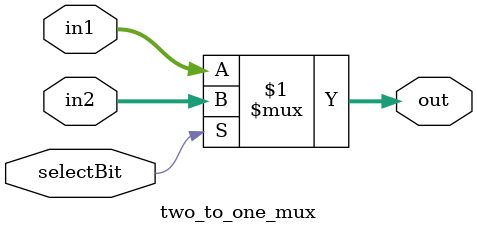
<source format=v>
module two_to_one_mux (out, selectBit, in1, in2);
    output [31:0] out;
    input         selectBit;
    input  [31:0] in1, in2;

    assign out = selectBit ? in2 : in1;

endmodule // two_to_one_mux

</source>
